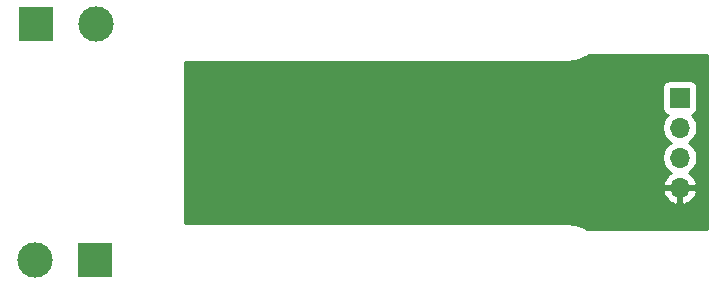
<source format=gbr>
G04 #@! TF.GenerationSoftware,KiCad,Pcbnew,5.1.10-88a1d61d58~90~ubuntu21.04.1*
G04 #@! TF.CreationDate,2021-08-24T09:46:03+02:00*
G04 #@! TF.ProjectId,Detector_SMD_AD,44657465-6374-46f7-925f-534d445f4144,rev?*
G04 #@! TF.SameCoordinates,Original*
G04 #@! TF.FileFunction,Copper,L2,Bot*
G04 #@! TF.FilePolarity,Positive*
%FSLAX46Y46*%
G04 Gerber Fmt 4.6, Leading zero omitted, Abs format (unit mm)*
G04 Created by KiCad (PCBNEW 5.1.10-88a1d61d58~90~ubuntu21.04.1) date 2021-08-24 09:46:03*
%MOMM*%
%LPD*%
G01*
G04 APERTURE LIST*
G04 #@! TA.AperFunction,ComponentPad*
%ADD10O,1.700000X1.700000*%
G04 #@! TD*
G04 #@! TA.AperFunction,ComponentPad*
%ADD11R,1.700000X1.700000*%
G04 #@! TD*
G04 #@! TA.AperFunction,ComponentPad*
%ADD12C,3.000000*%
G04 #@! TD*
G04 #@! TA.AperFunction,ComponentPad*
%ADD13R,3.000000X3.000000*%
G04 #@! TD*
G04 #@! TA.AperFunction,ViaPad*
%ADD14C,0.800000*%
G04 #@! TD*
G04 #@! TA.AperFunction,Conductor*
%ADD15C,0.254000*%
G04 #@! TD*
G04 #@! TA.AperFunction,Conductor*
%ADD16C,0.100000*%
G04 #@! TD*
G04 APERTURE END LIST*
D10*
X107000000Y-53830000D03*
X107000000Y-51290000D03*
X107000000Y-48750000D03*
D11*
X107000000Y-46210000D03*
D12*
X57580000Y-40000000D03*
D13*
X52500000Y-40000000D03*
D12*
X52420000Y-60000000D03*
D13*
X57500000Y-60000000D03*
D14*
X94000000Y-53000000D03*
X90000000Y-50000000D03*
X97790000Y-47625000D03*
D15*
X109340000Y-57373000D02*
X99250603Y-57373000D01*
X99201437Y-57339334D01*
X99193331Y-57334952D01*
X98762527Y-57105890D01*
X98707233Y-57083099D01*
X98652240Y-57059529D01*
X98643437Y-57056804D01*
X98176347Y-56915781D01*
X98117653Y-56904159D01*
X98059156Y-56891725D01*
X98049991Y-56890762D01*
X97564405Y-56843150D01*
X97564402Y-56843150D01*
X97532419Y-56840000D01*
X65127000Y-56840000D01*
X65127000Y-54186890D01*
X105558524Y-54186890D01*
X105603175Y-54334099D01*
X105728359Y-54596920D01*
X105902412Y-54830269D01*
X106118645Y-55025178D01*
X106368748Y-55174157D01*
X106643109Y-55271481D01*
X106873000Y-55150814D01*
X106873000Y-53957000D01*
X107127000Y-53957000D01*
X107127000Y-55150814D01*
X107356891Y-55271481D01*
X107631252Y-55174157D01*
X107881355Y-55025178D01*
X108097588Y-54830269D01*
X108271641Y-54596920D01*
X108396825Y-54334099D01*
X108441476Y-54186890D01*
X108320155Y-53957000D01*
X107127000Y-53957000D01*
X106873000Y-53957000D01*
X105679845Y-53957000D01*
X105558524Y-54186890D01*
X65127000Y-54186890D01*
X65127000Y-45360000D01*
X105511928Y-45360000D01*
X105511928Y-47060000D01*
X105524188Y-47184482D01*
X105560498Y-47304180D01*
X105619463Y-47414494D01*
X105698815Y-47511185D01*
X105795506Y-47590537D01*
X105905820Y-47649502D01*
X105978380Y-47671513D01*
X105846525Y-47803368D01*
X105684010Y-48046589D01*
X105572068Y-48316842D01*
X105515000Y-48603740D01*
X105515000Y-48896260D01*
X105572068Y-49183158D01*
X105684010Y-49453411D01*
X105846525Y-49696632D01*
X106053368Y-49903475D01*
X106227760Y-50020000D01*
X106053368Y-50136525D01*
X105846525Y-50343368D01*
X105684010Y-50586589D01*
X105572068Y-50856842D01*
X105515000Y-51143740D01*
X105515000Y-51436260D01*
X105572068Y-51723158D01*
X105684010Y-51993411D01*
X105846525Y-52236632D01*
X106053368Y-52443475D01*
X106235534Y-52565195D01*
X106118645Y-52634822D01*
X105902412Y-52829731D01*
X105728359Y-53063080D01*
X105603175Y-53325901D01*
X105558524Y-53473110D01*
X105679845Y-53703000D01*
X106873000Y-53703000D01*
X106873000Y-53683000D01*
X107127000Y-53683000D01*
X107127000Y-53703000D01*
X108320155Y-53703000D01*
X108441476Y-53473110D01*
X108396825Y-53325901D01*
X108271641Y-53063080D01*
X108097588Y-52829731D01*
X107881355Y-52634822D01*
X107764466Y-52565195D01*
X107946632Y-52443475D01*
X108153475Y-52236632D01*
X108315990Y-51993411D01*
X108427932Y-51723158D01*
X108485000Y-51436260D01*
X108485000Y-51143740D01*
X108427932Y-50856842D01*
X108315990Y-50586589D01*
X108153475Y-50343368D01*
X107946632Y-50136525D01*
X107772240Y-50020000D01*
X107946632Y-49903475D01*
X108153475Y-49696632D01*
X108315990Y-49453411D01*
X108427932Y-49183158D01*
X108485000Y-48896260D01*
X108485000Y-48603740D01*
X108427932Y-48316842D01*
X108315990Y-48046589D01*
X108153475Y-47803368D01*
X108021620Y-47671513D01*
X108094180Y-47649502D01*
X108204494Y-47590537D01*
X108301185Y-47511185D01*
X108380537Y-47414494D01*
X108439502Y-47304180D01*
X108475812Y-47184482D01*
X108488072Y-47060000D01*
X108488072Y-45360000D01*
X108475812Y-45235518D01*
X108439502Y-45115820D01*
X108380537Y-45005506D01*
X108301185Y-44908815D01*
X108204494Y-44829463D01*
X108094180Y-44770498D01*
X107974482Y-44734188D01*
X107850000Y-44721928D01*
X106150000Y-44721928D01*
X106025518Y-44734188D01*
X105905820Y-44770498D01*
X105795506Y-44829463D01*
X105698815Y-44908815D01*
X105619463Y-45005506D01*
X105560498Y-45115820D01*
X105524188Y-45235518D01*
X105511928Y-45360000D01*
X65127000Y-45360000D01*
X65127000Y-43160000D01*
X97532419Y-43160000D01*
X97561718Y-43157114D01*
X97577271Y-43157223D01*
X97586442Y-43156323D01*
X98071684Y-43105322D01*
X98130247Y-43093301D01*
X98189040Y-43082086D01*
X98197862Y-43079422D01*
X98663956Y-42935142D01*
X98719086Y-42911967D01*
X98774565Y-42889553D01*
X98782701Y-42885226D01*
X99211894Y-42653162D01*
X99250681Y-42627000D01*
X109340001Y-42627000D01*
X109340000Y-57373000D01*
G04 #@! TA.AperFunction,Conductor*
D16*
G36*
X109340000Y-57373000D02*
G01*
X99250603Y-57373000D01*
X99201437Y-57339334D01*
X99193331Y-57334952D01*
X98762527Y-57105890D01*
X98707233Y-57083099D01*
X98652240Y-57059529D01*
X98643437Y-57056804D01*
X98176347Y-56915781D01*
X98117653Y-56904159D01*
X98059156Y-56891725D01*
X98049991Y-56890762D01*
X97564405Y-56843150D01*
X97564402Y-56843150D01*
X97532419Y-56840000D01*
X65127000Y-56840000D01*
X65127000Y-54186890D01*
X105558524Y-54186890D01*
X105603175Y-54334099D01*
X105728359Y-54596920D01*
X105902412Y-54830269D01*
X106118645Y-55025178D01*
X106368748Y-55174157D01*
X106643109Y-55271481D01*
X106873000Y-55150814D01*
X106873000Y-53957000D01*
X107127000Y-53957000D01*
X107127000Y-55150814D01*
X107356891Y-55271481D01*
X107631252Y-55174157D01*
X107881355Y-55025178D01*
X108097588Y-54830269D01*
X108271641Y-54596920D01*
X108396825Y-54334099D01*
X108441476Y-54186890D01*
X108320155Y-53957000D01*
X107127000Y-53957000D01*
X106873000Y-53957000D01*
X105679845Y-53957000D01*
X105558524Y-54186890D01*
X65127000Y-54186890D01*
X65127000Y-45360000D01*
X105511928Y-45360000D01*
X105511928Y-47060000D01*
X105524188Y-47184482D01*
X105560498Y-47304180D01*
X105619463Y-47414494D01*
X105698815Y-47511185D01*
X105795506Y-47590537D01*
X105905820Y-47649502D01*
X105978380Y-47671513D01*
X105846525Y-47803368D01*
X105684010Y-48046589D01*
X105572068Y-48316842D01*
X105515000Y-48603740D01*
X105515000Y-48896260D01*
X105572068Y-49183158D01*
X105684010Y-49453411D01*
X105846525Y-49696632D01*
X106053368Y-49903475D01*
X106227760Y-50020000D01*
X106053368Y-50136525D01*
X105846525Y-50343368D01*
X105684010Y-50586589D01*
X105572068Y-50856842D01*
X105515000Y-51143740D01*
X105515000Y-51436260D01*
X105572068Y-51723158D01*
X105684010Y-51993411D01*
X105846525Y-52236632D01*
X106053368Y-52443475D01*
X106235534Y-52565195D01*
X106118645Y-52634822D01*
X105902412Y-52829731D01*
X105728359Y-53063080D01*
X105603175Y-53325901D01*
X105558524Y-53473110D01*
X105679845Y-53703000D01*
X106873000Y-53703000D01*
X106873000Y-53683000D01*
X107127000Y-53683000D01*
X107127000Y-53703000D01*
X108320155Y-53703000D01*
X108441476Y-53473110D01*
X108396825Y-53325901D01*
X108271641Y-53063080D01*
X108097588Y-52829731D01*
X107881355Y-52634822D01*
X107764466Y-52565195D01*
X107946632Y-52443475D01*
X108153475Y-52236632D01*
X108315990Y-51993411D01*
X108427932Y-51723158D01*
X108485000Y-51436260D01*
X108485000Y-51143740D01*
X108427932Y-50856842D01*
X108315990Y-50586589D01*
X108153475Y-50343368D01*
X107946632Y-50136525D01*
X107772240Y-50020000D01*
X107946632Y-49903475D01*
X108153475Y-49696632D01*
X108315990Y-49453411D01*
X108427932Y-49183158D01*
X108485000Y-48896260D01*
X108485000Y-48603740D01*
X108427932Y-48316842D01*
X108315990Y-48046589D01*
X108153475Y-47803368D01*
X108021620Y-47671513D01*
X108094180Y-47649502D01*
X108204494Y-47590537D01*
X108301185Y-47511185D01*
X108380537Y-47414494D01*
X108439502Y-47304180D01*
X108475812Y-47184482D01*
X108488072Y-47060000D01*
X108488072Y-45360000D01*
X108475812Y-45235518D01*
X108439502Y-45115820D01*
X108380537Y-45005506D01*
X108301185Y-44908815D01*
X108204494Y-44829463D01*
X108094180Y-44770498D01*
X107974482Y-44734188D01*
X107850000Y-44721928D01*
X106150000Y-44721928D01*
X106025518Y-44734188D01*
X105905820Y-44770498D01*
X105795506Y-44829463D01*
X105698815Y-44908815D01*
X105619463Y-45005506D01*
X105560498Y-45115820D01*
X105524188Y-45235518D01*
X105511928Y-45360000D01*
X65127000Y-45360000D01*
X65127000Y-43160000D01*
X97532419Y-43160000D01*
X97561718Y-43157114D01*
X97577271Y-43157223D01*
X97586442Y-43156323D01*
X98071684Y-43105322D01*
X98130247Y-43093301D01*
X98189040Y-43082086D01*
X98197862Y-43079422D01*
X98663956Y-42935142D01*
X98719086Y-42911967D01*
X98774565Y-42889553D01*
X98782701Y-42885226D01*
X99211894Y-42653162D01*
X99250681Y-42627000D01*
X109340001Y-42627000D01*
X109340000Y-57373000D01*
G37*
G04 #@! TD.AperFunction*
M02*

</source>
